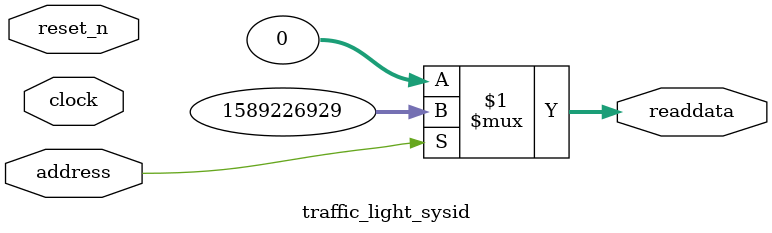
<source format=v>



// synthesis translate_off
`timescale 1ns / 1ps
// synthesis translate_on

// turn off superfluous verilog processor warnings 
// altera message_level Level1 
// altera message_off 10034 10035 10036 10037 10230 10240 10030 

module traffic_light_sysid (
               // inputs:
                address,
                clock,
                reset_n,

               // outputs:
                readdata
             )
;

  output  [ 31: 0] readdata;
  input            address;
  input            clock;
  input            reset_n;

  wire    [ 31: 0] readdata;
  //control_slave, which is an e_avalon_slave
  assign readdata = address ? 1589226929 : 0;

endmodule



</source>
